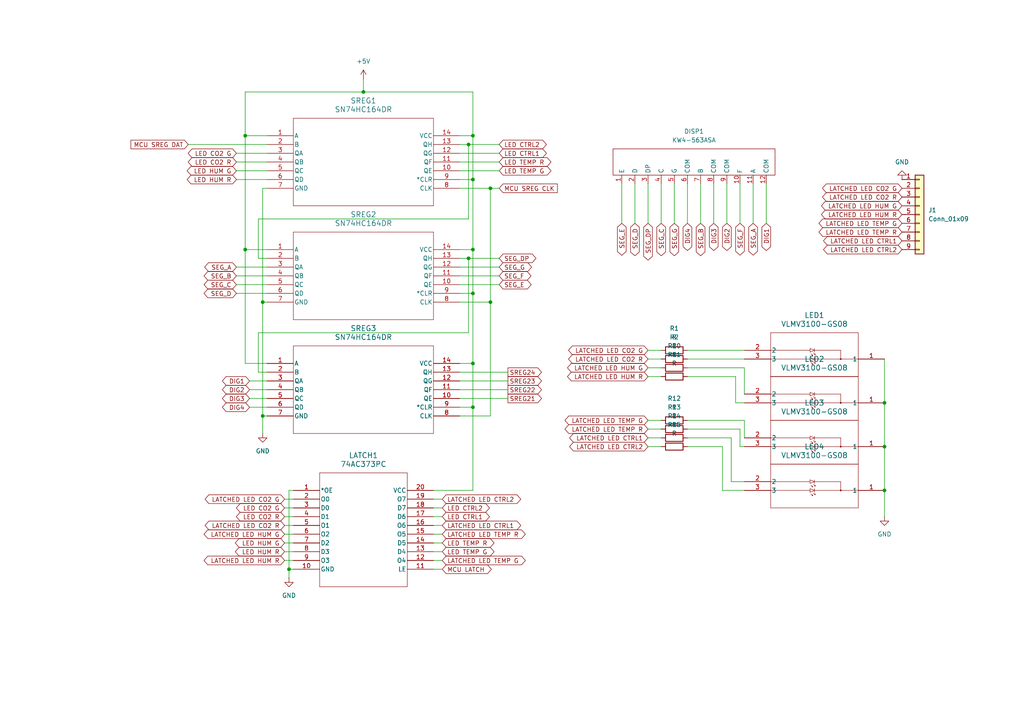
<source format=kicad_sch>
(kicad_sch (version 20231120) (generator "eeschema") (generator_version "8.0")
  (paper "A4")
  (lib_symbols
    (symbol "74164:SN74HC164DR" (pin_names (offset 0.254))
      (property "Reference" "U" (at 27.94 10.16 0))
      (property "Value" "SN74HC164DR" (at 27.94 7.62 0))
      (symbol "SN74HC164DR_1_1"
        (polyline (pts (xy 7.62 -20.32) (xy 48.26 -20.32)) (stroke (width 0.127)))
        (polyline (pts (xy 7.62 5.08) (xy 7.62 -20.32)) (stroke (width 0.127)))
        (polyline (pts (xy 48.26 -20.32) (xy 48.26 5.08)) (stroke (width 0.127)))
        (polyline (pts (xy 48.26 5.08) (xy 7.62 5.08)) (stroke (width 0.127)))
        (pin input line (at 0 0 0) (length 7.62) (name "A") (number "1"))
        (pin output line (at 55.88 -10.16 180) (length 7.62) (name "QE") (number "10"))
        (pin output line (at 55.88 -7.62 180) (length 7.62) (name "QF") (number "11"))
        (pin output line (at 55.88 -5.08 180) (length 7.62) (name "QG") (number "12"))
        (pin output line (at 55.88 -2.54 180) (length 7.62) (name "QH") (number "13"))
        (pin power_in line (at 55.88 0 180) (length 7.62) (name "VCC") (number "14"))
        (pin input line (at 0 -2.54 0) (length 7.62) (name "B") (number "2"))
        (pin output line (at 0 -5.08 0) (length 7.62) (name "QA") (number "3"))
        (pin output line (at 0 -7.62 0) (length 7.62) (name "QB") (number "4"))
        (pin output line (at 0 -10.16 0) (length 7.62) (name "QC") (number "5"))
        (pin output line (at 0 -12.7 0) (length 7.62) (name "QD") (number "6"))
        (pin power_in line (at 0 -15.24 0) (length 7.62) (name "GND") (number "7"))
        (pin input line (at 55.88 -15.24 180) (length 7.62) (name "CLK") (number "8"))
        (pin input line (at 55.88 -12.7 180) (length 7.62) (name "*CLR") (number "9"))
      )
    )
    (symbol "74AC373PC:74AC373PC" (pin_names (offset 0.254))
      (property "Reference" "U" (at 20.32 10.16 0))
      (property "Value" "74AC373PC" (at 20.32 7.62 0))
      (symbol "74AC373PC_1_1"
        (polyline (pts (xy 7.62 -27.94) (xy 33.02 -27.94)) (stroke (width 0.127)))
        (polyline (pts (xy 7.62 5.08) (xy 7.62 -27.94)) (stroke (width 0.127)))
        (polyline (pts (xy 33.02 -27.94) (xy 33.02 5.08)) (stroke (width 0.127)))
        (polyline (pts (xy 33.02 5.08) (xy 7.62 5.08)) (stroke (width 0.127)))
        (pin output line (at 0 0 0) (length 7.62) (name "*OE") (number "1"))
        (pin power_out line (at 0 -22.86 0) (length 7.62) (name "GND") (number "10"))
        (pin input line (at 40.64 -22.86 180) (length 7.62) (name "LE") (number "11"))
        (pin output line (at 40.64 -20.32 180) (length 7.62) (name "O4") (number "12"))
        (pin input line (at 40.64 -17.78 180) (length 7.62) (name "D4") (number "13"))
        (pin input line (at 40.64 -15.24 180) (length 7.62) (name "D5") (number "14"))
        (pin output line (at 40.64 -12.7 180) (length 7.62) (name "O5") (number "15"))
        (pin output line (at 40.64 -10.16 180) (length 7.62) (name "O6") (number "16"))
        (pin input line (at 40.64 -7.62 180) (length 7.62) (name "D6") (number "17"))
        (pin input line (at 40.64 -5.08 180) (length 7.62) (name "D7") (number "18"))
        (pin output line (at 40.64 -2.54 180) (length 7.62) (name "O7") (number "19"))
        (pin output line (at 0 -2.54 0) (length 7.62) (name "O0") (number "2"))
        (pin power_in line (at 40.64 0 180) (length 7.62) (name "VCC") (number "20"))
        (pin input line (at 0 -5.08 0) (length 7.62) (name "D0") (number "3"))
        (pin input line (at 0 -7.62 0) (length 7.62) (name "D1") (number "4"))
        (pin output line (at 0 -10.16 0) (length 7.62) (name "O1") (number "5"))
        (pin output line (at 0 -12.7 0) (length 7.62) (name "O2") (number "6"))
        (pin input line (at 0 -15.24 0) (length 7.62) (name "D2") (number "7"))
        (pin input line (at 0 -17.78 0) (length 7.62) (name "D3") (number "8"))
        (pin output line (at 0 -20.32 0) (length 7.62) (name "O3") (number "9"))
      )
    )
    (symbol "Connector_Generic:Conn_01x09" (pin_names (offset 1.016) hide)
      (property "Reference" "J" (at 0 12.7 0))
      (property "Value" "Conn_01x09" (at 0 -12.7 0))
      (symbol "Conn_01x09_1_1"
        (rectangle (start -1.27 -10.033) (end 0 -10.287) (stroke (width 0.1524)))
        (rectangle (start -1.27 -7.493) (end 0 -7.747) (stroke (width 0.1524)))
        (rectangle (start -1.27 -4.953) (end 0 -5.207) (stroke (width 0.1524)))
        (rectangle (start -1.27 -2.413) (end 0 -2.667) (stroke (width 0.1524)))
        (rectangle (start -1.27 0.127) (end 0 -0.127) (stroke (width 0.1524)))
        (rectangle (start -1.27 2.667) (end 0 2.413) (stroke (width 0.1524)))
        (rectangle (start -1.27 5.207) (end 0 4.953) (stroke (width 0.1524)))
        (rectangle (start -1.27 7.747) (end 0 7.493) (stroke (width 0.1524)))
        (rectangle (start -1.27 10.287) (end 0 10.033) (stroke (width 0.1524)))
        (rectangle (start -1.27 11.43) (end 1.27 -11.43) (stroke (width 0.254)) (fill (type background)))
        (pin passive line (at -5.08 10.16 0) (length 3.81) (name "Pin_1") (number "1"))
        (pin passive line (at -5.08 7.62 0) (length 3.81) (name "Pin_2") (number "2"))
        (pin passive line (at -5.08 5.08 0) (length 3.81) (name "Pin_3") (number "3"))
        (pin passive line (at -5.08 2.54 0) (length 3.81) (name "Pin_4") (number "4"))
        (pin passive line (at -5.08 0 0) (length 3.81) (name "Pin_5") (number "5"))
        (pin passive line (at -5.08 -2.54 0) (length 3.81) (name "Pin_6") (number "6"))
        (pin passive line (at -5.08 -5.08 0) (length 3.81) (name "Pin_7") (number "7"))
        (pin passive line (at -5.08 -7.62 0) (length 3.81) (name "Pin_8") (number "8"))
        (pin passive line (at -5.08 -10.16 0) (length 3.81) (name "Pin_9") (number "9"))
      )
    )
    (symbol "Device:R" (pin_numbers hide) (pin_names (offset 0))
      (property "Reference" "R" (at 2.032 0 90))
      (property "Value" "R" (at 0 0 90))
      (symbol "R_0_1"
        (rectangle (start -1.016 -2.54) (end 1.016 2.54) (stroke (width 0.254)))
      )
      (symbol "R_1_1"
        (pin passive line (at 0 3.81 270) (length 1.27) (name "~") (number "1"))
        (pin passive line (at 0 -3.81 90) (length 1.27) (name "~") (number "2"))
      )
    )
    (symbol "power:+5V" (power) (pin_numbers hide) (pin_names (offset 0) hide)
      (property "Value" "+5V" (at 0 3.556 0))
      (symbol "+5V_0_1"
        (polyline (pts (xy -0.762 1.27) (xy 0 2.54)))
        (polyline (pts (xy 0 0) (xy 0 2.54)))
        (polyline (pts (xy 0 2.54) (xy 0.762 1.27)))
      )
      (symbol "+5V_1_1"
        (pin power_in line (at 0 0 90) (length 0) (name "~") (number "1"))
      )
    )
    (symbol "power:GND" (power) (pin_numbers hide) (pin_names (offset 0) hide)
      (property "Value" "GND" (at 0 -3.81 0))
      (symbol "GND_0_1"
        (polyline (pts (xy 0 0) (xy 0 -1.27) (xy 1.27 -1.27) (xy 0 -2.54) (xy -1.27 -1.27) (xy 0 -1.27)))
      )
      (symbol "GND_1_1"
        (pin power_in line (at 0 0 270) (length 0) (name "~") (number "1"))
      )
    )
    (symbol "sienikomponentit:KW4-563ASA"
      (property "Reference" "DISP" (at 0 0 0))
      (property "Value" "KW4-563ASA" (at 0 0 0))
      (symbol "KW4-563ASA_0_1"
        (rectangle (start -26.67 -1.27) (end 20.32 -8.89))
      )
      (symbol "KW4-563ASA_1_1"
        (pin output line (at -24.13 -11.43 90) (length 2.54) (name "E") (number "1"))
        (pin output line (at 10.16 -11.43 90) (length 2.54) (name "F") (number "10"))
        (pin output line (at 13.97 -11.43 90) (length 2.54) (name "A") (number "11"))
        (pin input line (at 17.78 -11.43 90) (length 2.54) (name "COM") (number "12"))
        (pin output line (at -20.32 -11.43 90) (length 2.54) (name "D") (number "2"))
        (pin output line (at -16.51 -11.43 90) (length 2.54) (name "DP") (number "3"))
        (pin output line (at -12.7 -11.43 90) (length 2.54) (name "C") (number "4"))
        (pin output line (at -8.89 -11.43 90) (length 2.54) (name "G") (number "5"))
        (pin input line (at -5.08 -11.43 90) (length 2.54) (name "COM") (number "6"))
        (pin output line (at -1.27 -11.43 90) (length 2.54) (name "B") (number "7"))
        (pin input line (at 2.54 -11.43 90) (length 2.54) (name "COM") (number "8"))
        (pin input line (at 6.35 -11.43 90) (length 2.54) (name "COM") (number "9"))
      )
    )
    (symbol "sienikomponentit:VLMV3100-GS08" (pin_names (offset 0.254))
      (property "Reference" "LED" (at 20.32 10.16 0))
      (property "Value" "VLMV3100-GS08" (at 20.32 7.62 0))
      (symbol "VLMV3100-GS08_1_1"
        (polyline (pts (xy 7.62 -7.62) (xy 33.02 -7.62)) (stroke (width 0.127)))
        (polyline (pts (xy 7.62 0) (xy 20.32 0)) (stroke (width 0.127)))
        (polyline (pts (xy 7.62 5.08) (xy 7.62 -7.62)) (stroke (width 0.127)))
        (polyline (pts (xy 12.7 -2.54) (xy 20.32 -2.54)) (stroke (width 0.127)))
        (polyline (pts (xy 12.7 0) (xy 12.7 -2.54)) (stroke (width 0.127)))
        (polyline (pts (xy 20.066 -1.27) (xy 20.066 -1.524)) (stroke (width 0.127)))
        (polyline (pts (xy 20.066 -1.27) (xy 20.32 -1.27)) (stroke (width 0.127)))
        (polyline (pts (xy 20.066 1.27) (xy 20.066 1.016)) (stroke (width 0.127)))
        (polyline (pts (xy 20.066 1.27) (xy 20.32 1.27)) (stroke (width 0.127)))
        (polyline (pts (xy 20.32 -2.54) (xy 21.59 -3.048)) (stroke (width 0.127)))
        (polyline (pts (xy 20.32 -2.032) (xy 20.32 -3.048)) (stroke (width 0.127)))
        (polyline (pts (xy 20.32 0) (xy 21.59 -0.508)) (stroke (width 0.127)))
        (polyline (pts (xy 20.32 0.508) (xy 20.32 -0.508)) (stroke (width 0.127)))
        (polyline (pts (xy 20.574 -1.778) (xy 20.066 -1.27)) (stroke (width 0.127)))
        (polyline (pts (xy 20.574 0.762) (xy 20.066 1.27)) (stroke (width 0.127)))
        (polyline (pts (xy 20.828 -1.016) (xy 20.828 -1.27)) (stroke (width 0.127)))
        (polyline (pts (xy 20.828 -1.016) (xy 21.082 -1.016)) (stroke (width 0.127)))
        (polyline (pts (xy 20.828 1.524) (xy 20.828 1.27)) (stroke (width 0.127)))
        (polyline (pts (xy 20.828 1.524) (xy 21.082 1.524)) (stroke (width 0.127)))
        (polyline (pts (xy 21.336 -1.524) (xy 20.828 -1.016)) (stroke (width 0.127)))
        (polyline (pts (xy 21.336 1.016) (xy 20.828 1.524)) (stroke (width 0.127)))
        (polyline (pts (xy 21.59 -3.048) (xy 21.59 -2.032)) (stroke (width 0.127)))
        (polyline (pts (xy 21.59 -2.54) (xy 33.02 -2.54)) (stroke (width 0.127)))
        (polyline (pts (xy 21.59 -2.032) (xy 20.32 -2.54)) (stroke (width 0.127)))
        (polyline (pts (xy 21.59 -0.508) (xy 21.59 0.508)) (stroke (width 0.127)))
        (polyline (pts (xy 21.59 0) (xy 33.02 0)) (stroke (width 0.127)))
        (polyline (pts (xy 21.59 0.508) (xy 20.32 0)) (stroke (width 0.127)))
        (polyline (pts (xy 33.02 -7.62) (xy 33.02 5.08)) (stroke (width 0.127)))
        (polyline (pts (xy 33.02 5.08) (xy 7.62 5.08)) (stroke (width 0.127)))
        (circle (center 12.7 0) (radius 0.127) (stroke (width 0.254)))
        (pin unspecified line (at 0 0 0) (length 7.62) (name "1") (number "1"))
        (pin unspecified line (at 40.64 -2.54 180) (length 7.62) (name "2") (number "2"))
        (pin unspecified line (at 40.64 0 180) (length 7.62) (name "3") (number "3"))
      )
    )
  )
  (junction (at 137.16 52.07))
  (junction (at 76.2 120.65))
  (junction (at 256.54 129.54))
  (junction (at 76.2 87.63))
  (junction (at 137.16 85.09))
  (junction (at 83.82 165.1))
  (junction (at 135.89 41.91))
  (junction (at 137.16 105.41))
  (junction (at 137.16 72.39))
  (junction (at 135.89 74.93))
  (junction (at 142.24 54.61))
  (junction (at 71.12 39.37))
  (junction (at 142.24 87.63))
  (junction (at 256.54 116.84))
  (junction (at 105.41 26.67))
  (junction (at 71.12 72.39))
  (junction (at 137.16 118.11))
  (junction (at 256.54 142.24))
  (junction (at 137.16 39.37))
  (wire (pts (xy 133.35 41.91) (xy 135.89 41.91)))
  (wire (pts (xy 199.39 106.68) (xy 215.9 106.68)))
  (wire (pts (xy 187.96 109.22) (xy 191.77 109.22)))
  (wire (pts (xy 133.35 39.37) (xy 137.16 39.37)))
  (wire (pts (xy 256.54 129.54) (xy 256.54 142.24)))
  (wire (pts (xy 128.27 165.1) (xy 125.73 165.1)))
  (wire (pts (xy 187.96 129.54) (xy 191.77 129.54)))
  (wire (pts (xy 82.55 157.48) (xy 85.09 157.48)))
  (wire (pts (xy 82.55 152.4) (xy 85.09 152.4)))
  (wire (pts (xy 214.63 53.34) (xy 214.63 64.77)))
  (wire (pts (xy 142.24 54.61) (xy 142.24 87.63)))
  (wire (pts (xy 137.16 118.11) (xy 137.16 142.24)))
  (wire (pts (xy 76.2 87.63) (xy 76.2 54.61)))
  (wire (pts (xy 133.35 107.95) (xy 147.32 107.95)))
  (wire (pts (xy 195.58 53.34) (xy 195.58 64.77)))
  (wire (pts (xy 187.96 101.6) (xy 191.77 101.6)))
  (wire (pts (xy 82.55 160.02) (xy 85.09 160.02)))
  (wire (pts (xy 76.2 125.73) (xy 76.2 120.65)))
  (wire (pts (xy 135.89 74.93) (xy 135.89 96.52)))
  (wire (pts (xy 54.61 41.91) (xy 77.47 41.91)))
  (wire (pts (xy 133.35 110.49) (xy 147.32 110.49)))
  (wire (pts (xy 68.58 77.47) (xy 77.47 77.47)))
  (wire (pts (xy 187.96 104.14) (xy 191.77 104.14)))
  (wire (pts (xy 125.73 152.4) (xy 128.27 152.4)))
  (wire (pts (xy 68.58 52.07) (xy 77.47 52.07)))
  (wire (pts (xy 74.93 96.52) (xy 74.93 107.95)))
  (wire (pts (xy 215.9 121.92) (xy 215.9 127)))
  (wire (pts (xy 68.58 44.45) (xy 77.47 44.45)))
  (wire (pts (xy 72.39 113.03) (xy 77.47 113.03)))
  (wire (pts (xy 71.12 105.41) (xy 77.47 105.41)))
  (wire (pts (xy 133.35 74.93) (xy 135.89 74.93)))
  (wire (pts (xy 222.25 53.34) (xy 222.25 64.77)))
  (wire (pts (xy 68.58 46.99) (xy 77.47 46.99)))
  (wire (pts (xy 68.58 82.55) (xy 77.47 82.55)))
  (wire (pts (xy 137.16 85.09) (xy 137.16 105.41)))
  (wire (pts (xy 199.39 109.22) (xy 213.36 109.22)))
  (wire (pts (xy 199.39 124.46) (xy 214.63 124.46)))
  (wire (pts (xy 199.39 53.34) (xy 199.39 64.77)))
  (wire (pts (xy 85.09 165.1) (xy 83.82 165.1)))
  (wire (pts (xy 76.2 54.61) (xy 77.47 54.61)))
  (wire (pts (xy 125.73 160.02) (xy 128.27 160.02)))
  (wire (pts (xy 76.2 87.63) (xy 77.47 87.63)))
  (wire (pts (xy 133.35 113.03) (xy 147.32 113.03)))
  (wire (pts (xy 71.12 72.39) (xy 71.12 105.41)))
  (wire (pts (xy 203.2 53.34) (xy 203.2 64.77)))
  (wire (pts (xy 125.73 162.56) (xy 128.27 162.56)))
  (wire (pts (xy 125.73 144.78) (xy 128.27 144.78)))
  (wire (pts (xy 142.24 54.61) (xy 144.78 54.61)))
  (wire (pts (xy 68.58 85.09) (xy 77.47 85.09)))
  (wire (pts (xy 209.55 129.54) (xy 209.55 142.24)))
  (wire (pts (xy 133.35 105.41) (xy 137.16 105.41)))
  (wire (pts (xy 144.78 77.47) (xy 133.35 77.47)))
  (wire (pts (xy 105.41 26.67) (xy 71.12 26.67)))
  (wire (pts (xy 199.39 129.54) (xy 209.55 129.54)))
  (wire (pts (xy 187.96 53.34) (xy 187.96 64.77)))
  (wire (pts (xy 133.35 52.07) (xy 137.16 52.07)))
  (wire (pts (xy 142.24 120.65) (xy 133.35 120.65)))
  (wire (pts (xy 209.55 142.24) (xy 215.9 142.24)))
  (wire (pts (xy 256.54 104.14) (xy 256.54 116.84)))
  (wire (pts (xy 105.41 22.86) (xy 105.41 26.67)))
  (wire (pts (xy 199.39 127) (xy 212.09 127)))
  (wire (pts (xy 207.01 53.34) (xy 207.01 64.77)))
  (wire (pts (xy 212.09 139.7) (xy 215.9 139.7)))
  (wire (pts (xy 82.55 144.78) (xy 85.09 144.78)))
  (wire (pts (xy 214.63 129.54) (xy 215.9 129.54)))
  (wire (pts (xy 137.16 72.39) (xy 137.16 85.09)))
  (wire (pts (xy 180.34 53.34) (xy 180.34 64.77)))
  (wire (pts (xy 135.89 96.52) (xy 74.93 96.52)))
  (wire (pts (xy 125.73 147.32) (xy 128.27 147.32)))
  (wire (pts (xy 187.96 106.68) (xy 191.77 106.68)))
  (wire (pts (xy 76.2 120.65) (xy 77.47 120.65)))
  (wire (pts (xy 199.39 101.6) (xy 215.9 101.6)))
  (wire (pts (xy 133.35 49.53) (xy 144.78 49.53)))
  (wire (pts (xy 133.35 44.45) (xy 144.78 44.45)))
  (wire (pts (xy 83.82 165.1) (xy 83.82 167.64)))
  (wire (pts (xy 218.44 53.34) (xy 218.44 64.77)))
  (wire (pts (xy 187.96 127) (xy 191.77 127)))
  (wire (pts (xy 82.55 154.94) (xy 85.09 154.94)))
  (wire (pts (xy 191.77 53.34) (xy 191.77 64.77)))
  (wire (pts (xy 135.89 74.93) (xy 144.78 74.93)))
  (wire (pts (xy 135.89 41.91) (xy 135.89 63.5)))
  (wire (pts (xy 85.09 142.24) (xy 83.82 142.24)))
  (wire (pts (xy 142.24 87.63) (xy 142.24 120.65)))
  (wire (pts (xy 133.35 72.39) (xy 137.16 72.39)))
  (wire (pts (xy 137.16 52.07) (xy 137.16 72.39)))
  (wire (pts (xy 213.36 109.22) (xy 213.36 116.84)))
  (wire (pts (xy 83.82 142.24) (xy 83.82 165.1)))
  (wire (pts (xy 71.12 39.37) (xy 77.47 39.37)))
  (wire (pts (xy 133.35 115.57) (xy 147.32 115.57)))
  (wire (pts (xy 77.47 72.39) (xy 71.12 72.39)))
  (wire (pts (xy 256.54 116.84) (xy 256.54 129.54)))
  (wire (pts (xy 187.96 124.46) (xy 191.77 124.46)))
  (wire (pts (xy 256.54 142.24) (xy 256.54 149.86)))
  (wire (pts (xy 184.15 53.34) (xy 184.15 64.77)))
  (wire (pts (xy 72.39 115.57) (xy 77.47 115.57)))
  (wire (pts (xy 133.35 54.61) (xy 142.24 54.61)))
  (wire (pts (xy 135.89 41.91) (xy 144.78 41.91)))
  (wire (pts (xy 74.93 63.5) (xy 74.93 74.93)))
  (wire (pts (xy 137.16 39.37) (xy 137.16 52.07)))
  (wire (pts (xy 133.35 87.63) (xy 142.24 87.63)))
  (wire (pts (xy 137.16 105.41) (xy 137.16 118.11)))
  (wire (pts (xy 133.35 46.99) (xy 144.78 46.99)))
  (wire (pts (xy 199.39 121.92) (xy 215.9 121.92)))
  (wire (pts (xy 210.82 53.34) (xy 210.82 64.77)))
  (wire (pts (xy 133.35 85.09) (xy 137.16 85.09)))
  (wire (pts (xy 74.93 74.93) (xy 77.47 74.93)))
  (wire (pts (xy 187.96 121.92) (xy 191.77 121.92)))
  (wire (pts (xy 144.78 82.55) (xy 133.35 82.55)))
  (wire (pts (xy 137.16 118.11) (xy 133.35 118.11)))
  (wire (pts (xy 213.36 116.84) (xy 215.9 116.84)))
  (wire (pts (xy 137.16 26.67) (xy 137.16 39.37)))
  (wire (pts (xy 82.55 162.56) (xy 85.09 162.56)))
  (wire (pts (xy 215.9 106.68) (xy 215.9 114.3)))
  (wire (pts (xy 68.58 80.01) (xy 77.47 80.01)))
  (wire (pts (xy 125.73 154.94) (xy 128.27 154.94)))
  (wire (pts (xy 76.2 120.65) (xy 76.2 87.63)))
  (wire (pts (xy 125.73 149.86) (xy 128.27 149.86)))
  (wire (pts (xy 199.39 104.14) (xy 215.9 104.14)))
  (wire (pts (xy 214.63 124.46) (xy 214.63 129.54)))
  (wire (pts (xy 125.73 142.24) (xy 137.16 142.24)))
  (wire (pts (xy 105.41 26.67) (xy 137.16 26.67)))
  (wire (pts (xy 125.73 157.48) (xy 128.27 157.48)))
  (wire (pts (xy 82.55 149.86) (xy 85.09 149.86)))
  (wire (pts (xy 71.12 39.37) (xy 71.12 72.39)))
  (wire (pts (xy 68.58 49.53) (xy 77.47 49.53)))
  (wire (pts (xy 72.39 118.11) (xy 77.47 118.11)))
  (wire (pts (xy 82.55 147.32) (xy 85.09 147.32)))
  (wire (pts (xy 72.39 110.49) (xy 77.47 110.49)))
  (wire (pts (xy 144.78 80.01) (xy 133.35 80.01)))
  (wire (pts (xy 74.93 107.95) (xy 77.47 107.95)))
  (wire (pts (xy 71.12 26.67) (xy 71.12 39.37)))
  (wire (pts (xy 135.89 63.5) (xy 74.93 63.5)))
  (wire (pts (xy 212.09 127) (xy 212.09 139.7)))
  (global_label "SREG21" (shape output) (at 147.32 115.57 0) (property "Intersheetrefs" "${INTERSHEET_REFS}" (effects (hide yes))))
  (global_label "LATCHED LED CTRL2" (shape bidirectional) (at 187.96 129.54 180) (property "Intersheetrefs" "${INTERSHEET_REFS}" (effects (hide yes))))
  (global_label "LATCHED LED CTRL1" (shape bidirectional) (at 261.62 69.85 180) (property "Intersheetrefs" "${INTERSHEET_REFS}" (effects (hide yes))))
  (global_label "DIG2" (shape bidirectional) (at 72.39 113.03 180) (property "Intersheetrefs" "${INTERSHEET_REFS}" (effects (hide yes))))
  (global_label "DIG4" (shape bidirectional) (at 199.39 64.77 270) (property "Intersheetrefs" "${INTERSHEET_REFS}" (effects (hide yes))))
  (global_label "SEG_A" (shape bidirectional) (at 68.58 77.47 180) (property "Intersheetrefs" "${INTERSHEET_REFS}" (effects (hide yes))))
  (global_label "LATCHED LED HUM R" (shape bidirectional) (at 82.55 162.56 180) (property "Intersheetrefs" "${INTERSHEET_REFS}" (effects (hide yes))))
  (global_label "LATCHED LED CTRL1" (shape bidirectional) (at 187.96 127 180) (property "Intersheetrefs" "${INTERSHEET_REFS}" (effects (hide yes))))
  (global_label "MCU LATCH" (shape bidirectional) (at 128.27 165.1 0) (property "Intersheetrefs" "${INTERSHEET_REFS}" (effects (hide yes))))
  (global_label "LED HUM R" (shape bidirectional) (at 68.58 52.07 180) (property "Intersheetrefs" "${INTERSHEET_REFS}" (effects (hide yes))))
  (global_label "SREG22" (shape output) (at 147.32 113.03 0) (property "Intersheetrefs" "${INTERSHEET_REFS}" (effects (hide yes))))
  (global_label "SEG_D" (shape bidirectional) (at 184.15 64.77 270) (property "Intersheetrefs" "${INTERSHEET_REFS}" (effects (hide yes))))
  (global_label "LED TEMP R" (shape bidirectional) (at 128.27 157.48 0) (property "Intersheetrefs" "${INTERSHEET_REFS}" (effects (hide yes))))
  (global_label "LATCHED LED TEMP G" (shape bidirectional) (at 128.27 162.56 0) (property "Intersheetrefs" "${INTERSHEET_REFS}" (effects (hide yes))))
  (global_label "SEG_B" (shape bidirectional) (at 68.58 80.01 180) (property "Intersheetrefs" "${INTERSHEET_REFS}" (effects (hide yes))))
  (global_label "LATCHED LED HUM G" (shape bidirectional) (at 187.96 106.68 180) (property "Intersheetrefs" "${INTERSHEET_REFS}" (effects (hide yes))))
  (global_label "LATCHED LED HUM G" (shape bidirectional) (at 261.62 59.69 180) (property "Intersheetrefs" "${INTERSHEET_REFS}" (effects (hide yes))))
  (global_label "SREG24" (shape output) (at 147.32 107.95 0) (property "Intersheetrefs" "${INTERSHEET_REFS}" (effects (hide yes))))
  (global_label "LED HUM G" (shape bidirectional) (at 82.55 157.48 180) (property "Intersheetrefs" "${INTERSHEET_REFS}" (effects (hide yes))))
  (global_label "LED CTRL1" (shape bidirectional) (at 144.78 44.45 0) (property "Intersheetrefs" "${INTERSHEET_REFS}" (effects (hide yes))))
  (global_label "DIG1" (shape bidirectional) (at 222.25 64.77 270) (property "Intersheetrefs" "${INTERSHEET_REFS}" (effects (hide yes))))
  (global_label "LED TEMP R" (shape bidirectional) (at 144.78 46.99 0) (property "Intersheetrefs" "${INTERSHEET_REFS}" (effects (hide yes))))
  (global_label "LATCHED LED CO2 G" (shape bidirectional) (at 187.96 101.6 180) (property "Intersheetrefs" "${INTERSHEET_REFS}" (effects (hide yes))))
  (global_label "SEG_G" (shape bidirectional) (at 144.78 77.47 0) (property "Intersheetrefs" "${INTERSHEET_REFS}" (effects (hide yes))))
  (global_label "MCU SREG DAT" (shape input) (at 54.61 41.91 180) (property "Intersheetrefs" "${INTERSHEET_REFS}" (effects (hide yes))))
  (global_label "LED TEMP G" (shape bidirectional) (at 128.27 160.02 0) (property "Intersheetrefs" "${INTERSHEET_REFS}" (effects (hide yes))))
  (global_label "LED CO2 G" (shape bidirectional) (at 68.58 44.45 180) (property "Intersheetrefs" "${INTERSHEET_REFS}" (effects (hide yes))))
  (global_label "SREG23" (shape output) (at 147.32 110.49 0) (property "Intersheetrefs" "${INTERSHEET_REFS}" (effects (hide yes))))
  (global_label "SEG_A" (shape bidirectional) (at 218.44 64.77 270) (property "Intersheetrefs" "${INTERSHEET_REFS}" (effects (hide yes))))
  (global_label "SEG_E" (shape bidirectional) (at 180.34 64.77 270) (property "Intersheetrefs" "${INTERSHEET_REFS}" (effects (hide yes))))
  (global_label "LED CTRL1" (shape bidirectional) (at 128.27 149.86 0) (property "Intersheetrefs" "${INTERSHEET_REFS}" (effects (hide yes))))
  (global_label "SEG_DP" (shape bidirectional) (at 187.96 64.77 270) (property "Intersheetrefs" "${INTERSHEET_REFS}" (effects (hide yes))))
  (global_label "LED CTRL2" (shape bidirectional) (at 128.27 147.32 0) (property "Intersheetrefs" "${INTERSHEET_REFS}" (effects (hide yes))))
  (global_label "SEG_B" (shape bidirectional) (at 203.2 64.77 270) (property "Intersheetrefs" "${INTERSHEET_REFS}" (effects (hide yes))))
  (global_label "LATCHED LED TEMP R" (shape bidirectional) (at 187.96 124.46 180) (property "Intersheetrefs" "${INTERSHEET_REFS}" (effects (hide yes))))
  (global_label "LATCHED LED HUM G" (shape bidirectional) (at 82.55 154.94 180) (property "Intersheetrefs" "${INTERSHEET_REFS}" (effects (hide yes))))
  (global_label "DIG4" (shape bidirectional) (at 72.39 118.11 180) (property "Intersheetrefs" "${INTERSHEET_REFS}" (effects (hide yes))))
  (global_label "SEG_DP" (shape bidirectional) (at 144.78 74.93 0) (property "Intersheetrefs" "${INTERSHEET_REFS}" (effects (hide yes))))
  (global_label "LED CO2 R" (shape bidirectional) (at 82.55 149.86 180) (property "Intersheetrefs" "${INTERSHEET_REFS}" (effects (hide yes))))
  (global_label "LED HUM G" (shape bidirectional) (at 68.58 49.53 180) (property "Intersheetrefs" "${INTERSHEET_REFS}" (effects (hide yes))))
  (global_label "SEG_D" (shape bidirectional) (at 68.58 85.09 180) (property "Intersheetrefs" "${INTERSHEET_REFS}" (effects (hide yes))))
  (global_label "LATCHED LED HUM R" (shape bidirectional) (at 261.62 62.23 180) (property "Intersheetrefs" "${INTERSHEET_REFS}" (effects (hide yes))))
  (global_label "LATCHED LED CO2 G" (shape bidirectional) (at 261.62 54.61 180) (property "Intersheetrefs" "${INTERSHEET_REFS}" (effects (hide yes))))
  (global_label "LATCHED LED CTRL2" (shape bidirectional) (at 261.62 72.39 180) (property "Intersheetrefs" "${INTERSHEET_REFS}" (effects (hide yes))))
  (global_label "MCU SREG CLK" (shape input) (at 144.78 54.61 0) (property "Intersheetrefs" "${INTERSHEET_REFS}" (effects (hide yes))))
  (global_label "LATCHED LED CO2 R" (shape bidirectional) (at 82.55 152.4 180) (property "Intersheetrefs" "${INTERSHEET_REFS}" (effects (hide yes))))
  (global_label "LATCHED LED CO2 R" (shape bidirectional) (at 261.62 57.15 180) (property "Intersheetrefs" "${INTERSHEET_REFS}" (effects (hide yes))))
  (global_label "DIG3" (shape bidirectional) (at 72.39 115.57 180) (property "Intersheetrefs" "${INTERSHEET_REFS}" (effects (hide yes))))
  (global_label "LATCHED LED HUM R" (shape bidirectional) (at 187.96 109.22 180) (property "Intersheetrefs" "${INTERSHEET_REFS}" (effects (hide yes))))
  (global_label "DIG3" (shape bidirectional) (at 207.01 64.77 270) (property "Intersheetrefs" "${INTERSHEET_REFS}" (effects (hide yes))))
  (global_label "DIG2" (shape bidirectional) (at 210.82 64.77 270) (property "Intersheetrefs" "${INTERSHEET_REFS}" (effects (hide yes))))
  (global_label "LATCHED LED TEMP G" (shape bidirectional) (at 187.96 121.92 180) (property "Intersheetrefs" "${INTERSHEET_REFS}" (effects (hide yes))))
  (global_label "LATCHED LED CO2 G" (shape bidirectional) (at 82.55 144.78 180) (property "Intersheetrefs" "${INTERSHEET_REFS}" (effects (hide yes))))
  (global_label "LATCHED LED CTRL1" (shape bidirectional) (at 128.27 152.4 0) (property "Intersheetrefs" "${INTERSHEET_REFS}" (effects (hide yes))))
  (global_label "SEG_F" (shape bidirectional) (at 144.78 80.01 0) (property "Intersheetrefs" "${INTERSHEET_REFS}" (effects (hide yes))))
  (global_label "LED CO2 G" (shape bidirectional) (at 82.55 147.32 180) (property "Intersheetrefs" "${INTERSHEET_REFS}" (effects (hide yes))))
  (global_label "SEG_F" (shape bidirectional) (at 214.63 64.77 270) (property "Intersheetrefs" "${INTERSHEET_REFS}" (effects (hide yes))))
  (global_label "LATCHED LED CO2 R" (shape bidirectional) (at 187.96 104.14 180) (property "Intersheetrefs" "${INTERSHEET_REFS}" (effects (hide yes))))
  (global_label "LATCHED LED TEMP G" (shape bidirectional) (at 261.62 64.77 180) (property "Intersheetrefs" "${INTERSHEET_REFS}" (effects (hide yes))))
  (global_label "SEG_G" (shape bidirectional) (at 195.58 64.77 270) (property "Intersheetrefs" "${INTERSHEET_REFS}" (effects (hide yes))))
  (global_label "LED CTRL2" (shape bidirectional) (at 144.78 41.91 0) (property "Intersheetrefs" "${INTERSHEET_REFS}" (effects (hide yes))))
  (global_label "LED CO2 R" (shape bidirectional) (at 68.58 46.99 180) (property "Intersheetrefs" "${INTERSHEET_REFS}" (effects (hide yes))))
  (global_label "LATCHED LED TEMP R" (shape bidirectional) (at 128.27 154.94 0) (property "Intersheetrefs" "${INTERSHEET_REFS}" (effects (hide yes))))
  (global_label "DIG1" (shape bidirectional) (at 72.39 110.49 180) (property "Intersheetrefs" "${INTERSHEET_REFS}" (effects (hide yes))))
  (global_label "LED HUM R" (shape bidirectional) (at 82.55 160.02 180) (property "Intersheetrefs" "${INTERSHEET_REFS}" (effects (hide yes))))
  (global_label "LATCHED LED CTRL2" (shape bidirectional) (at 128.27 144.78 0) (property "Intersheetrefs" "${INTERSHEET_REFS}" (effects (hide yes))))
  (global_label "SEG_E" (shape bidirectional) (at 144.78 82.55 0) (property "Intersheetrefs" "${INTERSHEET_REFS}" (effects (hide yes))))
  (global_label "SEG_C" (shape bidirectional) (at 191.77 64.77 270) (property "Intersheetrefs" "${INTERSHEET_REFS}" (effects (hide yes))))
  (global_label "SEG_C" (shape bidirectional) (at 68.58 82.55 180) (property "Intersheetrefs" "${INTERSHEET_REFS}" (effects (hide yes))))
  (global_label "LED TEMP G" (shape bidirectional) (at 144.78 49.53 0) (property "Intersheetrefs" "${INTERSHEET_REFS}" (effects (hide yes))))
  (global_label "LATCHED LED TEMP R" (shape bidirectional) (at 261.62 67.31 180) (property "Intersheetrefs" "${INTERSHEET_REFS}" (effects (hide yes))))
  (symbol (lib_id "sienikomponentit:VLMV3100-GS08") (at 256.54 129.54 180) (unit 1)
    (property "Reference" "LED3" (at 236.22 116.84 0) (effects (font (size 1.524 1.524))))
    (property "Value" "VLMV3100-GS08" (at 236.22 119.38 0) (effects (font (size 1.524 1.524))))
    (property "Footprint" "VLMV3100_VIS" (effects (hide yes)))
    (property "Datasheet" "VLMV3100-GS08" (effects (hide yes)))
  )
  (symbol (lib_id "power:+5V") (at 105.41 22.86 0) (unit 1)
    (property "Reference" "#PWR02" (effects (hide yes)))
    (property "Value" "+5V" (at 105.41 17.78 0))
    (property "Description" "Power symbol creates a global label with name \"+5V\"" (effects (hide yes)))
  )
  (symbol (lib_id "74164:SN74HC164DR") (at 77.47 105.41 0) (unit 1)
    (property "Reference" "SREG3" (at 105.41 95.25 0) (effects (font (size 1.524 1.524))))
    (property "Value" "SN74HC164DR" (at 105.41 97.79 0) (effects (font (size 1.524 1.524))))
    (property "Footprint" "D14" (effects (hide yes)))
    (property "Datasheet" "SN74HC164DR" (effects (hide yes)))
    (property "Description" "SREG SOIC" (effects (hide yes)))
  )
  (symbol (lib_id "sienikomponentit:VLMV3100-GS08") (at 256.54 104.14 180) (unit 1)
    (property "Reference" "LED1" (at 236.22 91.44 0) (effects (font (size 1.524 1.524))))
    (property "Value" "VLMV3100-GS08" (at 236.22 93.98 0) (effects (font (size 1.524 1.524))))
    (property "Footprint" "VLMV3100_VIS" (effects (hide yes)))
    (property "Datasheet" "VLMV3100-GS08" (effects (hide yes)))
  )
  (symbol (lib_id "sienikomponentit:VLMV3100-GS08") (at 256.54 142.24 180) (unit 1)
    (property "Reference" "LED4" (at 236.22 129.54 0) (effects (font (size 1.524 1.524))))
    (property "Value" "VLMV3100-GS08" (at 236.22 132.08 0) (effects (font (size 1.524 1.524))))
    (property "Footprint" "VLMV3100_VIS" (effects (hide yes)))
    (property "Datasheet" "VLMV3100-GS08" (effects (hide yes)))
  )
  (symbol (lib_id "Device:R") (at 195.58 104.14 90) (unit 1)
    (property "Reference" "R2" (at 195.58 97.79 90))
    (property "Value" "R" (at 195.58 100.33 90))
    (property "Footprint" "Resistor_SMD:R_0805_2012Metric_Pad1.20x1.40mm_HandSolder" (effects (hide yes)))
    (property "Description" "Resistor" (effects (hide yes)))
  )
  (symbol (lib_id "74164:SN74HC164DR") (at 77.47 72.39 0) (unit 1)
    (property "Reference" "SREG2" (at 105.41 62.23 0) (effects (font (size 1.524 1.524))))
    (property "Value" "SN74HC164DR" (at 105.41 64.77 0) (effects (font (size 1.524 1.524))))
    (property "Footprint" "D14" (effects (hide yes)))
    (property "Datasheet" "SN74HC164DR" (effects (hide yes)))
    (property "Description" "SREG SOIC" (effects (hide yes)))
  )
  (symbol (lib_id "Device:R") (at 195.58 127 90) (unit 1)
    (property "Reference" "R14" (at 195.58 120.65 90))
    (property "Value" "R" (at 195.58 123.19 90))
    (property "Footprint" "Resistor_SMD:R_0805_2012Metric_Pad1.20x1.40mm_HandSolder" (effects (hide yes)))
    (property "Description" "Resistor" (effects (hide yes)))
  )
  (symbol (lib_id "sienikomponentit:VLMV3100-GS08") (at 256.54 116.84 180) (unit 1)
    (property "Reference" "LED2" (at 236.22 104.14 0) (effects (font (size 1.524 1.524))))
    (property "Value" "VLMV3100-GS08" (at 236.22 106.68 0) (effects (font (size 1.524 1.524))))
    (property "Footprint" "VLMV3100_VIS" (effects (hide yes)))
    (property "Datasheet" "VLMV3100-GS08" (effects (hide yes)))
  )
  (symbol (lib_id "power:GND") (at 83.82 167.64 0) (unit 1)
    (property "Reference" "#PWR012" (effects (hide yes)))
    (property "Value" "GND" (at 83.82 172.72 0))
    (property "Description" "Power symbol creates a global label with name \"GND\" , ground" (effects (hide yes)))
  )
  (symbol (lib_id "Connector_Generic:Conn_01x09") (at 266.7 62.23 0) (unit 1)
    (property "Reference" "J1" (at 269.24 60.9599 0) (effects (justify left)))
    (property "Value" "Conn_01x09" (at 269.24 63.4999 0) (effects (justify left)))
    (property "Footprint" "Connector_PinHeader_2.54mm:PinHeader_1x09_P2.54mm_Vertical" (effects (hide yes)))
    (property "Description" "Generic connector, single row, 01x09, script generated (kicad-library-utils/schlib/autogen/connector/)" (effects (hide yes)))
  )
  (symbol (lib_id "Device:R") (at 195.58 101.6 90) (unit 1)
    (property "Reference" "R1" (at 195.58 95.25 90))
    (property "Value" "R" (at 195.58 97.79 90))
    (property "Footprint" "Resistor_SMD:R_0805_2012Metric_Pad1.20x1.40mm_HandSolder" (effects (hide yes)))
    (property "Description" "Resistor" (effects (hide yes)))
  )
  (symbol (lib_id "Device:R") (at 195.58 109.22 90) (unit 1)
    (property "Reference" "R11" (at 195.58 102.87 90))
    (property "Value" "R" (at 195.58 105.41 90))
    (property "Footprint" "Resistor_SMD:R_0805_2012Metric_Pad1.20x1.40mm_HandSolder" (effects (hide yes)))
    (property "Description" "Resistor" (effects (hide yes)))
  )
  (symbol (lib_id "power:GND") (at 256.54 149.86 0) (unit 1)
    (property "Reference" "#PWR03" (effects (hide yes)))
    (property "Value" "GND" (at 256.54 154.94 0))
    (property "Description" "Power symbol creates a global label with name \"GND\" , ground" (effects (hide yes)))
  )
  (symbol (lib_id "power:GND") (at 76.2 125.73 0) (unit 1)
    (property "Reference" "#PWR01" (effects (hide yes)))
    (property "Value" "GND" (at 76.2 130.81 0))
    (property "Description" "Power symbol creates a global label with name \"GND\" , ground" (effects (hide yes)))
  )
  (symbol (lib_id "Device:R") (at 195.58 121.92 90) (unit 1)
    (property "Reference" "R12" (at 195.58 115.57 90))
    (property "Value" "R" (at 195.58 118.11 90))
    (property "Footprint" "Resistor_SMD:R_0805_2012Metric_Pad1.20x1.40mm_HandSolder" (effects (hide yes)))
    (property "Description" "Resistor" (effects (hide yes)))
  )
  (symbol (lib_id "sienikomponentit:KW4-563ASA") (at 204.47 41.91 0) (unit 1)
    (property "Reference" "DISP1" (at 201.295 38.1 0))
    (property "Value" "KW4-563ASA" (at 201.295 40.64 0))
    (property "Footprint" "sienikomponentit:KW4-563ASA" (effects (hide yes)))
    (property "Description" "4x7 seg (red), common anode" (effects (hide yes)))
  )
  (symbol (lib_id "Device:R") (at 195.58 124.46 90) (unit 1)
    (property "Reference" "R13" (at 195.58 118.11 90))
    (property "Value" "R" (at 195.58 120.65 90))
    (property "Footprint" "Resistor_SMD:R_0805_2012Metric_Pad1.20x1.40mm_HandSolder" (effects (hide yes)))
    (property "Description" "Resistor" (effects (hide yes)))
  )
  (symbol (lib_id "74164:SN74HC164DR") (at 77.47 39.37 0) (unit 1)
    (property "Reference" "SREG1" (at 105.41 29.21 0) (effects (font (size 1.524 1.524))))
    (property "Value" "SN74HC164DR" (at 105.41 31.75 0) (effects (font (size 1.524 1.524))))
    (property "Footprint" "D14" (effects (hide yes)))
    (property "Datasheet" "SN74HC164DR" (effects (hide yes)))
    (property "Description" "SREG SOIC" (effects (hide yes)))
  )
  (symbol (lib_id "74AC373PC:74AC373PC") (at 85.09 142.24 0) (unit 1)
    (property "Reference" "LATCH1" (at 105.41 132.08 0) (effects (font (size 1.524 1.524))))
    (property "Value" "74AC373PC" (at 105.41 134.62 0) (effects (font (size 1.524 1.524))))
    (property "Footprint" "74AC373PC:PDIP20_26P42X6P6_ONS" (effects (hide yes)))
    (property "Datasheet" "74AC373PC" (effects (hide yes)))
  )
  (symbol (lib_id "Device:R") (at 195.58 129.54 90) (unit 1)
    (property "Reference" "R15" (at 195.58 123.19 90))
    (property "Value" "R" (at 195.58 125.73 90))
    (property "Footprint" "Resistor_SMD:R_0805_2012Metric_Pad1.20x1.40mm_HandSolder" (effects (hide yes)))
    (property "Description" "Resistor" (effects (hide yes)))
  )
  (symbol (lib_id "power:GND") (at 261.62 52.07 180) (unit 1)
    (property "Reference" "#PWR018" (effects (hide yes)))
    (property "Value" "GND" (at 261.62 46.99 0))
    (property "Description" "Power symbol creates a global label with name \"GND\" , ground" (effects (hide yes)))
  )
  (symbol (lib_id "Device:R") (at 195.58 106.68 90) (unit 1)
    (property "Reference" "R10" (at 195.58 100.33 90))
    (property "Value" "R" (at 195.58 102.87 90))
    (property "Footprint" "Resistor_SMD:R_0805_2012Metric_Pad1.20x1.40mm_HandSolder" (effects (hide yes)))
    (property "Description" "Resistor" (effects (hide yes)))
  )
)
</source>
